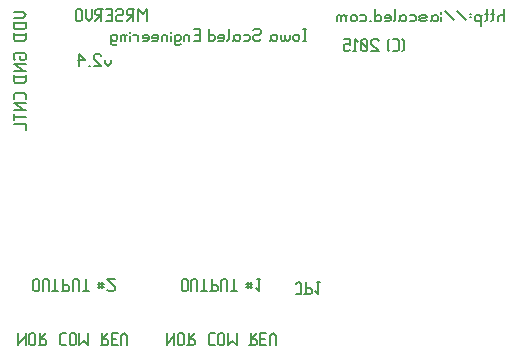
<source format=gbr>
G04 start of page 9 for group -4078 idx -4078 *
G04 Title: (unknown), bottomsilk *
G04 Creator: pcb 20140316 *
G04 CreationDate: Fri 17 Nov 2017 10:24:59 PM GMT UTC *
G04 For: ndholmes *
G04 Format: Gerber/RS-274X *
G04 PCB-Dimensions (mil): 1700.00 1200.00 *
G04 PCB-Coordinate-Origin: lower left *
%MOIN*%
%FSLAX25Y25*%
%LNBOTTOMSILK*%
%ADD75C,0.0080*%
G54D75*X36000Y98000D02*Y99000D01*
Y98000D02*X35000Y97000D01*
X34000Y98000D01*
Y99000D01*
X32800Y100500D02*X32300Y101000D01*
X30800D02*X32300D01*
X30800D02*X30300Y100500D01*
Y99500D02*Y100500D01*
X32800Y97000D02*X30300Y99500D01*
Y97000D02*X32800D01*
X28600D02*X29100D01*
X27400Y99000D02*X25400Y101000D01*
X24900Y99000D02*X27400D01*
X25400Y97000D02*Y101000D01*
X3500Y115000D02*X6500D01*
X7500Y114000D01*
X6500Y113000D01*
X3500D02*X6500D01*
X3500Y111300D02*X7500D01*
X3500Y109800D02*X4000Y109300D01*
X7000D01*
X7500Y109800D02*X7000Y109300D01*
X7500Y109800D02*Y111800D01*
X3500Y109800D02*Y111800D01*
Y107600D02*X7500D01*
X3500Y106100D02*X4000Y105600D01*
X7000D01*
X7500Y106100D02*X7000Y105600D01*
X7500Y106100D02*Y108100D01*
X3500Y106100D02*Y108100D01*
Y99500D02*X4000Y99000D01*
X3500Y99500D02*Y101000D01*
X4000Y101500D02*X3500Y101000D01*
X4000Y101500D02*X7000D01*
X7500Y101000D01*
Y99500D02*Y101000D01*
Y99500D02*X7000Y99000D01*
X6000D02*X7000D01*
X5500Y99500D02*X6000Y99000D01*
X5500Y99500D02*Y100500D01*
X3500Y97800D02*X7500D01*
X3500D02*X4000D01*
X6500Y95300D01*
X3500D02*X7500D01*
X3500Y93600D02*X7500D01*
X3500Y92100D02*X4000Y91600D01*
X7000D01*
X7500Y92100D02*X7000Y91600D01*
X7500Y92100D02*Y94100D01*
X3500Y92100D02*Y94100D01*
X7500Y86000D02*Y87500D01*
X7000Y88000D02*X7500Y87500D01*
X4000Y88000D02*X7000D01*
X4000D02*X3500Y87500D01*
Y86000D02*Y87500D01*
Y84800D02*X7500D01*
X3500D02*X4000D01*
X6500Y82300D01*
X3500D02*X7500D01*
X3500Y79100D02*Y81100D01*
Y80100D02*X7500D01*
X3500Y77900D02*X7500D01*
Y75900D02*Y77900D01*
X10000Y22500D02*Y25500D01*
Y22500D02*X10500Y22000D01*
X11500D01*
X12000Y22500D01*
Y25500D01*
X11500Y26000D02*X12000Y25500D01*
X10500Y26000D02*X11500D01*
X10000Y25500D02*X10500Y26000D01*
X13200Y22000D02*Y25500D01*
X13700Y26000D01*
X14700D01*
X15200Y25500D01*
Y22000D02*Y25500D01*
X16400Y22000D02*X18400D01*
X17400D02*Y26000D01*
X20100Y22000D02*Y26000D01*
X19600Y22000D02*X21600D01*
X22100Y22500D01*
Y23500D01*
X21600Y24000D02*X22100Y23500D01*
X20100Y24000D02*X21600D01*
X23300Y22000D02*Y25500D01*
X23800Y26000D01*
X24800D01*
X25300Y25500D01*
Y22000D02*Y25500D01*
X26500Y22000D02*X28500D01*
X27500D02*Y26000D01*
X31500Y24500D02*X33500D01*
X31500Y23500D02*X33500D01*
X33000Y23000D02*Y25000D01*
X32000Y23000D02*Y25000D01*
X34700Y22500D02*X35200Y22000D01*
X36700D01*
X37200Y22500D01*
Y23500D01*
X34700Y26000D02*X37200Y23500D01*
X34700Y26000D02*X37200D01*
X100000Y109500D02*X101000D01*
X100500Y105500D02*Y109500D01*
X100000Y105500D02*X101000D01*
X98800Y106000D02*Y107000D01*
X98300Y107500D01*
X97300D02*X98300D01*
X97300D02*X96800Y107000D01*
Y106000D02*Y107000D01*
X97300Y105500D02*X96800Y106000D01*
X97300Y105500D02*X98300D01*
X98800Y106000D02*X98300Y105500D01*
X95600Y106000D02*Y107500D01*
Y106000D02*X95100Y105500D01*
X94600D02*X95100D01*
X94600D02*X94100Y106000D01*
Y107500D01*
Y106000D02*X93600Y105500D01*
X93100D02*X93600D01*
X93100D02*X92600Y106000D01*
Y107500D01*
X89900D02*X89400Y107000D01*
X89900Y107500D02*X90900D01*
X91400Y107000D02*X90900Y107500D01*
X91400Y106000D02*Y107000D01*
Y106000D02*X90900Y105500D01*
X89400Y106000D02*Y107500D01*
Y106000D02*X88900Y105500D01*
X89900D02*X90900D01*
X89900D02*X89400Y106000D01*
X83900Y109500D02*X83400Y109000D01*
X83900Y109500D02*X85400D01*
X85900Y109000D02*X85400Y109500D01*
X85900Y108000D02*Y109000D01*
Y108000D02*X85400Y107500D01*
X83900D02*X85400D01*
X83900D02*X83400Y107000D01*
Y106000D02*Y107000D01*
X83900Y105500D02*X83400Y106000D01*
X83900Y105500D02*X85400D01*
X85900Y106000D02*X85400Y105500D01*
X80200Y107500D02*X81700D01*
X82200Y107000D02*X81700Y107500D01*
X82200Y106000D02*Y107000D01*
Y106000D02*X81700Y105500D01*
X80200D02*X81700D01*
X77500Y107500D02*X77000Y107000D01*
X77500Y107500D02*X78500D01*
X79000Y107000D02*X78500Y107500D01*
X79000Y106000D02*Y107000D01*
Y106000D02*X78500Y105500D01*
X77000Y106000D02*Y107500D01*
Y106000D02*X76500Y105500D01*
X77500D02*X78500D01*
X77500D02*X77000Y106000D01*
X75300D02*Y109500D01*
Y106000D02*X74800Y105500D01*
X71800D02*X73300D01*
X73800Y106000D02*X73300Y105500D01*
X73800Y106000D02*Y107000D01*
X73300Y107500D01*
X72300D02*X73300D01*
X72300D02*X71800Y107000D01*
Y106500D02*X73800D01*
X71800D02*Y107000D01*
X68600Y105500D02*Y109500D01*
X69100Y105500D02*X68600Y106000D01*
X69100Y105500D02*X70100D01*
X70600Y106000D02*X70100Y105500D01*
X70600Y106000D02*Y107000D01*
X70100Y107500D01*
X69100D02*X70100D01*
X69100D02*X68600Y107000D01*
X64100Y107500D02*X65600D01*
X63600Y105500D02*X65600D01*
Y109500D01*
X63600D02*X65600D01*
X61900Y105500D02*Y107000D01*
X61400Y107500D01*
X60900D02*X61400D01*
X60900D02*X60400Y107000D01*
Y105500D02*Y107000D01*
X62400Y107500D02*X61900Y107000D01*
X57700Y107500D02*X57200Y107000D01*
X57700Y107500D02*X58700D01*
X59200Y107000D02*X58700Y107500D01*
X59200Y106000D02*Y107000D01*
Y106000D02*X58700Y105500D01*
X57700D02*X58700D01*
X57700D02*X57200Y106000D01*
X59200Y104500D02*X58700Y104000D01*
X57700D02*X58700D01*
X57700D02*X57200Y104500D01*
Y107500D01*
X56000Y108000D02*Y108500D01*
Y105500D02*Y107000D01*
X54500Y105500D02*Y107000D01*
X54000Y107500D01*
X53500D02*X54000D01*
X53500D02*X53000Y107000D01*
Y105500D02*Y107000D01*
X55000Y107500D02*X54500Y107000D01*
X49800Y105500D02*X51300D01*
X51800Y106000D02*X51300Y105500D01*
X51800Y106000D02*Y107000D01*
X51300Y107500D01*
X50300D02*X51300D01*
X50300D02*X49800Y107000D01*
Y106500D02*X51800D01*
X49800D02*Y107000D01*
X46600Y105500D02*X48100D01*
X48600Y106000D02*X48100Y105500D01*
X48600Y106000D02*Y107000D01*
X48100Y107500D01*
X47100D02*X48100D01*
X47100D02*X46600Y107000D01*
Y106500D02*X48600D01*
X46600D02*Y107000D01*
X44900Y105500D02*Y107000D01*
X44400Y107500D01*
X43400D02*X44400D01*
X45400D02*X44900Y107000D01*
X42200Y108000D02*Y108500D01*
Y105500D02*Y107000D01*
X40700Y105500D02*Y107000D01*
X40200Y107500D01*
X39700D02*X40200D01*
X39700D02*X39200Y107000D01*
Y105500D02*Y107000D01*
X41200Y107500D02*X40700Y107000D01*
X36500Y107500D02*X36000Y107000D01*
X36500Y107500D02*X37500D01*
X38000Y107000D02*X37500Y107500D01*
X38000Y106000D02*Y107000D01*
Y106000D02*X37500Y105500D01*
X36500D02*X37500D01*
X36500D02*X36000Y106000D01*
X38000Y104500D02*X37500Y104000D01*
X36500D02*X37500D01*
X36500D02*X36000Y104500D01*
Y107500D01*
X167000Y112000D02*Y116000D01*
Y113500D02*X166500Y114000D01*
X165500D02*X166500D01*
X165500D02*X165000Y113500D01*
Y112000D02*Y113500D01*
X163300Y112500D02*Y116000D01*
Y112500D02*X162800Y112000D01*
Y114500D02*X163800D01*
X161300Y112500D02*Y116000D01*
Y112500D02*X160800Y112000D01*
Y114500D02*X161800D01*
X159300Y110500D02*Y113500D01*
X159800Y114000D02*X159300Y113500D01*
X158800Y114000D01*
X157800D02*X158800D01*
X157800D02*X157300Y113500D01*
Y112500D02*Y113500D01*
X157800Y112000D02*X157300Y112500D01*
X157800Y112000D02*X158800D01*
X159300Y112500D02*X158800Y112000D01*
X155600Y114500D02*X156100D01*
X155600Y113500D02*X156100D01*
X154400Y112500D02*X151400Y115500D01*
X150200Y112500D02*X147200Y115500D01*
X146000Y114500D02*Y115000D01*
Y112000D02*Y113500D01*
X143500Y114000D02*X143000Y113500D01*
X143500Y114000D02*X144500D01*
X145000Y113500D02*X144500Y114000D01*
X145000Y112500D02*Y113500D01*
Y112500D02*X144500Y112000D01*
X143000Y112500D02*Y114000D01*
Y112500D02*X142500Y112000D01*
X143500D02*X144500D01*
X143500D02*X143000Y112500D01*
X139300Y112000D02*X140800D01*
X139300D02*X138800Y112500D01*
X139300Y113000D02*X138800Y112500D01*
X139300Y113000D02*X140800D01*
X141300Y113500D02*X140800Y113000D01*
X141300Y113500D02*X140800Y114000D01*
X139300D02*X140800D01*
X139300D02*X138800Y113500D01*
X141300Y112500D02*X140800Y112000D01*
X135600Y114000D02*X137100D01*
X137600Y113500D02*X137100Y114000D01*
X137600Y112500D02*Y113500D01*
Y112500D02*X137100Y112000D01*
X135600D02*X137100D01*
X132900Y114000D02*X132400Y113500D01*
X132900Y114000D02*X133900D01*
X134400Y113500D02*X133900Y114000D01*
X134400Y112500D02*Y113500D01*
Y112500D02*X133900Y112000D01*
X132400Y112500D02*Y114000D01*
Y112500D02*X131900Y112000D01*
X132900D02*X133900D01*
X132900D02*X132400Y112500D01*
X130700D02*Y116000D01*
Y112500D02*X130200Y112000D01*
X127200D02*X128700D01*
X129200Y112500D02*X128700Y112000D01*
X129200Y112500D02*Y113500D01*
X128700Y114000D01*
X127700D02*X128700D01*
X127700D02*X127200Y113500D01*
Y113000D02*X129200D01*
X127200D02*Y113500D01*
X124000Y112000D02*Y116000D01*
X124500Y112000D02*X124000Y112500D01*
X124500Y112000D02*X125500D01*
X126000Y112500D02*X125500Y112000D01*
X126000Y112500D02*Y113500D01*
X125500Y114000D01*
X124500D02*X125500D01*
X124500D02*X124000Y113500D01*
X122300Y112000D02*X122800D01*
X119100Y114000D02*X120600D01*
X121100Y113500D02*X120600Y114000D01*
X121100Y112500D02*Y113500D01*
Y112500D02*X120600Y112000D01*
X119100D02*X120600D01*
X117900Y112500D02*Y113500D01*
X117400Y114000D01*
X116400D02*X117400D01*
X116400D02*X115900Y113500D01*
Y112500D02*Y113500D01*
X116400Y112000D02*X115900Y112500D01*
X116400Y112000D02*X117400D01*
X117900Y112500D02*X117400Y112000D01*
X114200D02*Y113500D01*
X113700Y114000D01*
X113200D02*X113700D01*
X113200D02*X112700Y113500D01*
Y112000D02*Y113500D01*
X112200Y114000D01*
X111700D02*X112200D01*
X111700D02*X111200Y113500D01*
Y112000D02*Y113500D01*
X114700Y114000D02*X114200Y113500D01*
X133586Y102500D02*X133086Y102000D01*
X133586Y105500D02*X133086Y106000D01*
X133586Y102500D02*Y105500D01*
X129886Y102000D02*X131386D01*
X131886Y102500D02*X131386Y102000D01*
X131886Y102500D02*Y105500D01*
X131386Y106000D01*
X129886D02*X131386D01*
X128686D02*X128186Y105500D01*
Y102500D02*Y105500D01*
X128686Y102000D02*X128186Y102500D01*
X125186Y105500D02*X124686Y106000D01*
X123186D02*X124686D01*
X123186D02*X122686Y105500D01*
Y104500D02*Y105500D01*
X125186Y102000D02*X122686Y104500D01*
Y102000D02*X125186D01*
X121486Y102500D02*X120986Y102000D01*
X121486Y102500D02*Y105500D01*
X120986Y106000D01*
X119986D02*X120986D01*
X119986D02*X119486Y105500D01*
Y102500D02*Y105500D01*
X119986Y102000D02*X119486Y102500D01*
X119986Y102000D02*X120986D01*
X121486Y103000D02*X119486Y105000D01*
X116786Y102000D02*X117786D01*
X117286D02*Y106000D01*
X118286Y105000D02*X117286Y106000D01*
X113586D02*X115586D01*
Y104000D02*Y106000D01*
Y104000D02*X115086Y104500D01*
X114086D02*X115086D01*
X114086D02*X113586Y104000D01*
Y102500D02*Y104000D01*
X114086Y102000D02*X113586Y102500D01*
X114086Y102000D02*X115086D01*
X115586Y102500D02*X115086Y102000D01*
X48000Y112000D02*Y116000D01*
X46500Y114500D01*
X45000Y116000D01*
Y112000D02*Y116000D01*
X41800D02*X43800D01*
X41800D02*X41300Y115500D01*
Y114500D02*Y115500D01*
X41800Y114000D02*X41300Y114500D01*
X41800Y114000D02*X43300D01*
Y112000D02*Y116000D01*
Y114000D02*X41300Y112000D01*
X38100Y116000D02*X37600Y115500D01*
X38100Y116000D02*X39600D01*
X40100Y115500D02*X39600Y116000D01*
X40100Y114500D02*Y115500D01*
Y114500D02*X39600Y114000D01*
X38100D02*X39600D01*
X38100D02*X37600Y113500D01*
Y112500D02*Y113500D01*
X38100Y112000D02*X37600Y112500D01*
X38100Y112000D02*X39600D01*
X40100Y112500D02*X39600Y112000D01*
X34900Y114000D02*X36400D01*
X34400Y112000D02*X36400D01*
Y116000D01*
X34400D02*X36400D01*
X31200D02*X33200D01*
X31200D02*X30700Y115500D01*
Y114500D02*Y115500D01*
X31200Y114000D02*X30700Y114500D01*
X31200Y114000D02*X32700D01*
Y112000D02*Y116000D01*
Y114000D02*X30700Y112000D01*
X29500Y113000D02*Y116000D01*
Y113000D02*X28500Y112000D01*
X27500Y113000D01*
Y116000D01*
X26300Y112500D02*Y115500D01*
X25800Y116000D01*
X24800D02*X25800D01*
X24800D02*X24300Y115500D01*
Y112500D02*Y115500D01*
X24800Y112000D02*X24300Y112500D01*
X24800Y112000D02*X25800D01*
X26300Y112500D02*X25800Y112000D01*
X59500Y22500D02*Y25500D01*
Y22500D02*X60000Y22000D01*
X61000D01*
X61500Y22500D01*
Y25500D01*
X61000Y26000D02*X61500Y25500D01*
X60000Y26000D02*X61000D01*
X59500Y25500D02*X60000Y26000D01*
X62700Y22000D02*Y25500D01*
X63200Y26000D01*
X64200D01*
X64700Y25500D01*
Y22000D02*Y25500D01*
X65900Y22000D02*X67900D01*
X66900D02*Y26000D01*
X69600Y22000D02*Y26000D01*
X69100Y22000D02*X71100D01*
X71600Y22500D01*
Y23500D01*
X71100Y24000D02*X71600Y23500D01*
X69600Y24000D02*X71100D01*
X72800Y22000D02*Y25500D01*
X73300Y26000D01*
X74300D01*
X74800Y25500D01*
Y22000D02*Y25500D01*
X76000Y22000D02*X78000D01*
X77000D02*Y26000D01*
X81000Y24500D02*X83000D01*
X81000Y23500D02*X83000D01*
X82500Y23000D02*Y25000D01*
X81500Y23000D02*Y25000D01*
X84700Y26000D02*X85700D01*
X85200Y22000D02*Y26000D01*
X84200Y23000D02*X85200Y22000D01*
X5000Y4000D02*Y8000D01*
Y4000D02*Y4500D01*
X7500Y7000D01*
Y4000D02*Y8000D01*
X8700Y4500D02*Y7500D01*
Y4500D02*X9200Y4000D01*
X10200D01*
X10700Y4500D01*
Y7500D01*
X10200Y8000D02*X10700Y7500D01*
X9200Y8000D02*X10200D01*
X8700Y7500D02*X9200Y8000D01*
X11900Y4000D02*X13900D01*
X14400Y4500D01*
Y5500D01*
X13900Y6000D02*X14400Y5500D01*
X12400Y6000D02*X13900D01*
X12400Y4000D02*Y8000D01*
Y6000D02*X14400Y8000D01*
X19500D02*X21000D01*
X19000Y7500D02*X19500Y8000D01*
X19000Y4500D02*Y7500D01*
Y4500D02*X19500Y4000D01*
X21000D01*
X22200Y4500D02*Y7500D01*
Y4500D02*X22700Y4000D01*
X23700D01*
X24200Y4500D01*
Y7500D01*
X23700Y8000D02*X24200Y7500D01*
X22700Y8000D02*X23700D01*
X22200Y7500D02*X22700Y8000D01*
X25400Y4000D02*Y8000D01*
Y4000D02*X26900Y5500D01*
X28400Y4000D01*
Y8000D01*
X32500Y4000D02*X34500D01*
X35000Y4500D01*
Y5500D01*
X34500Y6000D02*X35000Y5500D01*
X33000Y6000D02*X34500D01*
X33000Y4000D02*Y8000D01*
Y6000D02*X35000Y8000D01*
X36200Y6000D02*X37700D01*
X36200Y8000D02*X38200D01*
X36200Y4000D02*Y8000D01*
Y4000D02*X38200D01*
X39400D02*Y7000D01*
X40400Y8000D01*
X41400Y7000D01*
Y4000D02*Y7000D01*
X54500Y4000D02*Y8000D01*
Y4000D02*Y4500D01*
X57000Y7000D01*
Y4000D02*Y8000D01*
X58200Y4500D02*Y7500D01*
Y4500D02*X58700Y4000D01*
X59700D01*
X60200Y4500D01*
Y7500D01*
X59700Y8000D02*X60200Y7500D01*
X58700Y8000D02*X59700D01*
X58200Y7500D02*X58700Y8000D01*
X61400Y4000D02*X63400D01*
X63900Y4500D01*
Y5500D01*
X63400Y6000D02*X63900Y5500D01*
X61900Y6000D02*X63400D01*
X61900Y4000D02*Y8000D01*
Y6000D02*X63900Y8000D01*
X69000D02*X70500D01*
X68500Y7500D02*X69000Y8000D01*
X68500Y4500D02*Y7500D01*
Y4500D02*X69000Y4000D01*
X70500D01*
X71700Y4500D02*Y7500D01*
Y4500D02*X72200Y4000D01*
X73200D01*
X73700Y4500D01*
Y7500D01*
X73200Y8000D02*X73700Y7500D01*
X72200Y8000D02*X73200D01*
X71700Y7500D02*X72200Y8000D01*
X74900Y4000D02*Y8000D01*
Y4000D02*X76400Y5500D01*
X77900Y4000D01*
Y8000D01*
X82000Y4000D02*X84000D01*
X84500Y4500D01*
Y5500D01*
X84000Y6000D02*X84500Y5500D01*
X82500Y6000D02*X84000D01*
X82500Y4000D02*Y8000D01*
Y6000D02*X84500Y8000D01*
X85700Y6000D02*X87200D01*
X85700Y8000D02*X87700D01*
X85700Y4000D02*Y8000D01*
Y4000D02*X87700D01*
X88900D02*Y7000D01*
X89900Y8000D01*
X90900Y7000D01*
Y4000D02*Y7000D01*
X97700Y21000D02*X99200D01*
Y24500D01*
X98700Y25000D02*X99200Y24500D01*
X98200Y25000D02*X98700D01*
X97700Y24500D02*X98200Y25000D01*
X100900Y21000D02*Y25000D01*
X100400Y21000D02*X102400D01*
X102900Y21500D01*
Y22500D01*
X102400Y23000D02*X102900Y22500D01*
X100900Y23000D02*X102400D01*
X104600Y25000D02*X105600D01*
X105100Y21000D02*Y25000D01*
X104100Y22000D02*X105100Y21000D01*
M02*

</source>
